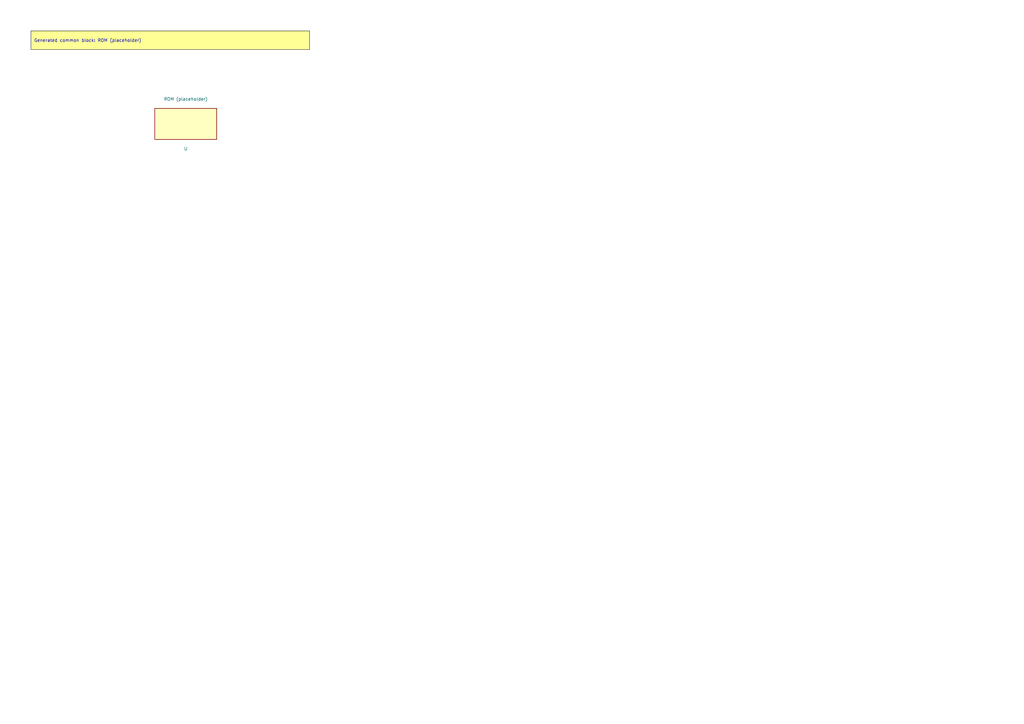
<source format=kicad_sch>
(kicad_sch (version 20250114) (generator "kicadgen") (generator_version "0.1")
  (paper "A3")
  (title_block (title "ROM (placeholder)") (company "Project Carbon") (comment 1 "Generated - do not edit in generated/") (comment 2 "Edit in schem/kicad9/manual/ or refine mapping specs"))
  (lib_symbols
    (symbol "carbon_blocks:CARBON_BLOCK_ROM" (pin_names (offset 1.016))
      (property "Reference" "U" (at 0 8.89 0))
      (property "Value" "CARBON_BLOCK_ROM" (at 0 -8.89 0))
      (symbol "CARBON_BLOCK_ROM_1_1"
        (rectangle (start -12.7 6.35) (end 12.7 -6.35) (stroke (width 0.254)) (fill (type background)))
      )
    )
  )
  (text_box "Generated common block: ROM (placeholder)" (at 12.7 12.7 0) (size 114.3 7.62) (margins 1.27 1.27 1.27 1.27) (stroke (width 0) (color 0 0 0 1)) (fill (type color) (color 255 255 150 1)) (effects (font (size 1.27 1.27)) (justify left)))
  (symbol (lib_id "carbon_blocks:CARBON_BLOCK_ROM") (at 76.2 50.8 0) (unit 1)
    (property "Reference" "U" (at 76.2 60.96 0))
    (property "Value" "ROM (placeholder)" (at 76.2 40.64 0))
  )
)
</source>
